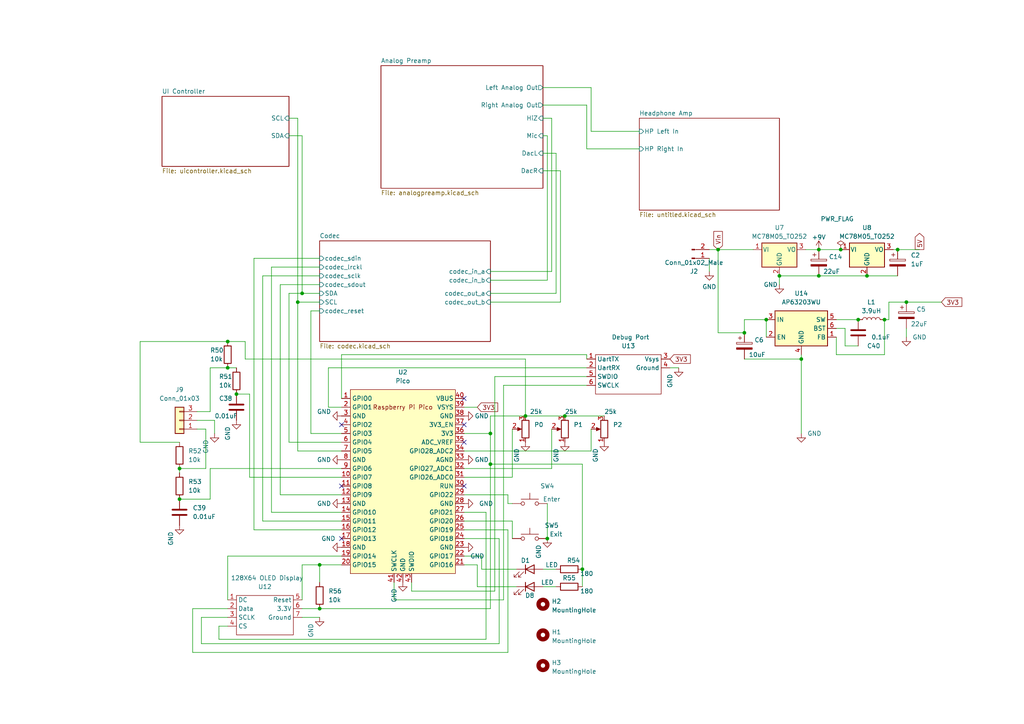
<source format=kicad_sch>
(kicad_sch (version 20230121) (generator eeschema)
  (paper "A4")
  (lib_symbols
    (symbol "Connector:Conn_01x02_Male" (pin_names (offset 1.016) hide)
      (property "Reference" "J" (at 0 2.54 0))
      (property "Value" "Conn_01x02_Male" (at 0 -5.08 0))
      (symbol "Conn_01x02_Male_1_1"
        (polyline (pts (xy 1.27 -2.54) (xy 0.8636 -2.54)) (stroke (width 0.1524)))
        (polyline (pts (xy 1.27 0) (xy 0.8636 0)) (stroke (width 0.1524)))
        (rectangle (start 0.8636 -2.413) (end 0 -2.667) (stroke (width 0.1524)) (fill (type outline)))
        (rectangle (start 0.8636 0.127) (end 0 -0.127) (stroke (width 0.1524)) (fill (type outline)))
        (pin passive line (at 5.08 0 180) (length 3.81) (name "Pin_1") (number "1"))
        (pin passive line (at 5.08 -2.54 180) (length 3.81) (name "Pin_2") (number "2"))
      )
    )
    (symbol "Connector_Generic:Conn_01x03" (pin_names (offset 1.016) hide)
      (property "Reference" "J" (at 0 5.08 0))
      (property "Value" "Conn_01x03" (at 0 -5.08 0))
      (symbol "Conn_01x03_1_1"
        (rectangle (start -1.27 -2.413) (end 0 -2.667) (stroke (width 0.1524)))
        (rectangle (start -1.27 0.127) (end 0 -0.127) (stroke (width 0.1524)))
        (rectangle (start -1.27 2.667) (end 0 2.413) (stroke (width 0.1524)))
        (rectangle (start -1.27 3.81) (end 1.27 -3.81) (stroke (width 0.254)) (fill (type background)))
        (pin passive line (at -5.08 2.54 0) (length 3.81) (name "Pin_1") (number "1"))
        (pin passive line (at -5.08 0 0) (length 3.81) (name "Pin_2") (number "2"))
        (pin passive line (at -5.08 -2.54 0) (length 3.81) (name "Pin_3") (number "3"))
      )
    )
    (symbol "Device:C" (pin_numbers hide) (pin_names (offset 0.254))
      (property "Reference" "C" (at 0.635 2.54 0))
      (property "Value" "C" (at 0.635 -2.54 0))
      (symbol "C_0_1"
        (polyline (pts (xy -2.032 -0.762) (xy 2.032 -0.762)) (stroke (width 0.508)))
        (polyline (pts (xy -2.032 0.762) (xy 2.032 0.762)) (stroke (width 0.508)))
      )
      (symbol "C_1_1"
        (pin passive line (at 0 3.81 270) (length 2.794) (name "~") (number "1"))
        (pin passive line (at 0 -3.81 90) (length 2.794) (name "~") (number "2"))
      )
    )
    (symbol "Device:C_Polarized" (pin_numbers hide) (pin_names (offset 0.254))
      (property "Reference" "C" (at 0.635 2.54 0))
      (property "Value" "C_Polarized" (at 0.635 -2.54 0))
      (symbol "C_Polarized_0_1"
        (rectangle (start -2.286 0.508) (end 2.286 1.016))
        (polyline (pts (xy -1.778 2.286) (xy -0.762 2.286)))
        (polyline (pts (xy -1.27 2.794) (xy -1.27 1.778)))
        (rectangle (start 2.286 -0.508) (end -2.286 -1.016) (fill (type outline)))
      )
      (symbol "C_Polarized_1_1"
        (pin passive line (at 0 3.81 270) (length 2.794) (name "~") (number "1"))
        (pin passive line (at 0 -3.81 90) (length 2.794) (name "~") (number "2"))
      )
    )
    (symbol "Device:L" (pin_numbers hide) (pin_names (offset 1.016) hide)
      (property "Reference" "L" (at -1.27 0 90))
      (property "Value" "L" (at 1.905 0 90))
      (symbol "L_0_1"
        (arc (start 0 -2.54) (mid 0.6323 -1.905) (end 0 -1.27))
        (arc (start 0 -1.27) (mid 0.6323 -0.635) (end 0 0))
        (arc (start 0 0) (mid 0.6323 0.635) (end 0 1.27))
        (arc (start 0 1.27) (mid 0.6323 1.905) (end 0 2.54))
      )
      (symbol "L_1_1"
        (pin passive line (at 0 3.81 270) (length 1.27) (name "1") (number "1"))
        (pin passive line (at 0 -3.81 90) (length 1.27) (name "2") (number "2"))
      )
    )
    (symbol "Device:LED" (pin_numbers hide) (pin_names (offset 1.016) hide)
      (property "Reference" "D" (at 0 2.54 0))
      (property "Value" "LED" (at 0 -2.54 0))
      (symbol "LED_0_1"
        (polyline (pts (xy -1.27 -1.27) (xy -1.27 1.27)) (stroke (width 0.254)))
        (polyline (pts (xy -1.27 0) (xy 1.27 0)))
        (polyline (pts (xy 1.27 -1.27) (xy 1.27 1.27) (xy -1.27 0) (xy 1.27 -1.27)) (stroke (width 0.254)))
        (polyline (pts (xy -3.048 -0.762) (xy -4.572 -2.286) (xy -3.81 -2.286) (xy -4.572 -2.286) (xy -4.572 -1.524)))
        (polyline (pts (xy -1.778 -0.762) (xy -3.302 -2.286) (xy -2.54 -2.286) (xy -3.302 -2.286) (xy -3.302 -1.524)))
      )
      (symbol "LED_1_1"
        (pin passive line (at -3.81 0 0) (length 2.54) (name "K") (number "1"))
        (pin passive line (at 3.81 0 180) (length 2.54) (name "A") (number "2"))
      )
    )
    (symbol "Device:R" (pin_numbers hide) (pin_names (offset 0))
      (property "Reference" "R" (at 2.032 0 90))
      (property "Value" "R" (at 0 0 90))
      (symbol "R_0_1"
        (rectangle (start -1.016 -2.54) (end 1.016 2.54) (stroke (width 0.254)))
      )
      (symbol "R_1_1"
        (pin passive line (at 0 3.81 270) (length 1.27) (name "~") (number "1"))
        (pin passive line (at 0 -3.81 90) (length 1.27) (name "~") (number "2"))
      )
    )
    (symbol "Device:R_Potentiometer" (pin_names (offset 1.016) hide)
      (property "Reference" "RV" (at -4.445 0 90))
      (property "Value" "R_Potentiometer" (at -2.54 0 90))
      (symbol "R_Potentiometer_0_1"
        (polyline (pts (xy 2.54 0) (xy 1.524 0)))
        (polyline (pts (xy 1.143 0) (xy 2.286 0.508) (xy 2.286 -0.508) (xy 1.143 0)) (fill (type outline)))
        (rectangle (start 1.016 2.54) (end -1.016 -2.54) (stroke (width 0.254)))
      )
      (symbol "R_Potentiometer_1_1"
        (pin passive line (at 0 3.81 270) (length 1.27) (name "1") (number "1"))
        (pin passive line (at 3.81 0 180) (length 1.27) (name "2") (number "2"))
        (pin passive line (at 0 -3.81 90) (length 1.27) (name "3") (number "3"))
      )
    )
    (symbol "GraphicDisplay:128X64_OLED_Display"
      (property "Reference" "U" (at -1.27 3.81 0))
      (property "Value" "128X64 OLED Display" (at 0 8.89 0))
      (symbol "128X64_OLED_Display_0_1"
        (rectangle (start -7.62 6.35) (end 8.89 -5.08))
      )
      (symbol "128X64_OLED_Display_1_1"
        (pin input line (at -10.16 5.08 0) (length 2.54) (name "DC") (number "1"))
        (pin input line (at -10.16 2.54 0) (length 2.54) (name "Data") (number "2"))
        (pin input line (at -10.16 0 0) (length 2.54) (name "SCLK") (number "3"))
        (pin input line (at -10.16 -2.54 0) (length 2.54) (name "CS") (number "4"))
        (pin input line (at 11.43 5.08 180) (length 2.54) (name "Reset") (number "5"))
        (pin input line (at 11.43 2.54 180) (length 2.54) (name "3.3V") (number "6"))
        (pin input line (at 11.43 0 180) (length 2.54) (name "Ground") (number "7"))
      )
    )
    (symbol "GraphicDisplay:DebugPort"
      (property "Reference" "U" (at 0 1.27 0))
      (property "Value" "Debug Port" (at -1.27 6.35 0))
      (symbol "DebugPort_0_1"
        (rectangle (start -10.16 5.08) (end 8.89 -6.35))
      )
      (symbol "DebugPort_1_1"
        (pin output line (at -12.7 3.81 0) (length 2.54) (name "UartTX") (number "1"))
        (pin input line (at -12.7 1.27 0) (length 2.54) (name "UartRX") (number "2"))
        (pin input line (at 11.43 3.81 180) (length 2.54) (name "Vsys") (number "3"))
        (pin input line (at 11.43 1.27 180) (length 2.54) (name "Ground") (number "4"))
        (pin bidirectional line (at -12.7 -1.27 0) (length 2.54) (name "SWDIO") (number "5"))
        (pin input line (at -12.7 -3.81 0) (length 2.54) (name "SWCLK") (number "6"))
      )
    )
    (symbol "Mechanical:MountingHole" (pin_names (offset 1.016))
      (property "Reference" "H" (at 0 5.08 0))
      (property "Value" "MountingHole" (at 0 3.175 0))
      (symbol "MountingHole_0_1"
        (circle (center 0 0) (radius 1.27) (stroke (width 1.27)))
      )
    )
    (symbol "Raspberry Pi Pico:Pico"
      (property "Reference" "U" (at -13.97 27.94 0))
      (property "Value" "Pico" (at 0 19.05 0))
      (symbol "Pico_0_0"
        (text "Raspberry Pi Pico" (at 0 21.59 0) (effects (font (size 1.27 1.27))))
      )
      (symbol "Pico_0_1"
        (rectangle (start -15.24 26.67) (end 15.24 -26.67) (fill (type background)))
      )
      (symbol "Pico_1_1"
        (pin bidirectional line (at -17.78 24.13 0) (length 2.54) (name "GPIO0") (number "1"))
        (pin bidirectional line (at -17.78 1.27 0) (length 2.54) (name "GPIO7") (number "10"))
        (pin bidirectional line (at -17.78 -1.27 0) (length 2.54) (name "GPIO8") (number "11"))
        (pin bidirectional line (at -17.78 -3.81 0) (length 2.54) (name "GPIO9") (number "12"))
        (pin power_in line (at -17.78 -6.35 0) (length 2.54) (name "GND") (number "13"))
        (pin bidirectional line (at -17.78 -8.89 0) (length 2.54) (name "GPIO10") (number "14"))
        (pin bidirectional line (at -17.78 -11.43 0) (length 2.54) (name "GPIO11") (number "15"))
        (pin bidirectional line (at -17.78 -13.97 0) (length 2.54) (name "GPIO12") (number "16"))
        (pin bidirectional line (at -17.78 -16.51 0) (length 2.54) (name "GPIO13") (number "17"))
        (pin power_in line (at -17.78 -19.05 0) (length 2.54) (name "GND") (number "18"))
        (pin bidirectional line (at -17.78 -21.59 0) (length 2.54) (name "GPIO14") (number "19"))
        (pin bidirectional line (at -17.78 21.59 0) (length 2.54) (name "GPIO1") (number "2"))
        (pin bidirectional line (at -17.78 -24.13 0) (length 2.54) (name "GPIO15") (number "20"))
        (pin bidirectional line (at 17.78 -24.13 180) (length 2.54) (name "GPIO16") (number "21"))
        (pin bidirectional line (at 17.78 -21.59 180) (length 2.54) (name "GPIO17") (number "22"))
        (pin power_in line (at 17.78 -19.05 180) (length 2.54) (name "GND") (number "23"))
        (pin bidirectional line (at 17.78 -16.51 180) (length 2.54) (name "GPIO18") (number "24"))
        (pin bidirectional line (at 17.78 -13.97 180) (length 2.54) (name "GPIO19") (number "25"))
        (pin bidirectional line (at 17.78 -11.43 180) (length 2.54) (name "GPIO20") (number "26"))
        (pin bidirectional line (at 17.78 -8.89 180) (length 2.54) (name "GPIO21") (number "27"))
        (pin power_in line (at 17.78 -6.35 180) (length 2.54) (name "GND") (number "28"))
        (pin bidirectional line (at 17.78 -3.81 180) (length 2.54) (name "GPIO22") (number "29"))
        (pin power_in line (at -17.78 19.05 0) (length 2.54) (name "GND") (number "3"))
        (pin input line (at 17.78 -1.27 180) (length 2.54) (name "RUN") (number "30"))
        (pin bidirectional line (at 17.78 1.27 180) (length 2.54) (name "GPIO26_ADC0") (number "31"))
        (pin bidirectional line (at 17.78 3.81 180) (length 2.54) (name "GPIO27_ADC1") (number "32"))
        (pin power_in line (at 17.78 6.35 180) (length 2.54) (name "AGND") (number "33"))
        (pin bidirectional line (at 17.78 8.89 180) (length 2.54) (name "GPIO28_ADC2") (number "34"))
        (pin power_in line (at 17.78 11.43 180) (length 2.54) (name "ADC_VREF") (number "35"))
        (pin power_in line (at 17.78 13.97 180) (length 2.54) (name "3V3") (number "36"))
        (pin input line (at 17.78 16.51 180) (length 2.54) (name "3V3_EN") (number "37"))
        (pin bidirectional line (at 17.78 19.05 180) (length 2.54) (name "GND") (number "38"))
        (pin power_in line (at 17.78 21.59 180) (length 2.54) (name "VSYS") (number "39"))
        (pin bidirectional line (at -17.78 16.51 0) (length 2.54) (name "GPIO2") (number "4"))
        (pin power_in line (at 17.78 24.13 180) (length 2.54) (name "VBUS") (number "40"))
        (pin input line (at -2.54 -29.21 90) (length 2.54) (name "SWCLK") (number "41"))
        (pin power_in line (at 0 -29.21 90) (length 2.54) (name "GND") (number "42"))
        (pin bidirectional line (at 2.54 -29.21 90) (length 2.54) (name "SWDIO") (number "43"))
        (pin bidirectional line (at -17.78 13.97 0) (length 2.54) (name "GPIO3") (number "5"))
        (pin bidirectional line (at -17.78 11.43 0) (length 2.54) (name "GPIO4") (number "6"))
        (pin bidirectional line (at -17.78 8.89 0) (length 2.54) (name "GPIO5") (number "7"))
        (pin power_in line (at -17.78 6.35 0) (length 2.54) (name "GND") (number "8"))
        (pin bidirectional line (at -17.78 3.81 0) (length 2.54) (name "GPIO6") (number "9"))
      )
    )
    (symbol "Regulator_Linear:MC78M05_TO252" (pin_names (offset 0.254))
      (property "Reference" "U" (at -3.81 3.175 0))
      (property "Value" "MC78M05_TO252" (at 0 3.175 0))
      (symbol "MC78M05_TO252_0_1"
        (rectangle (start -5.08 1.905) (end 5.08 -5.08) (stroke (width 0.254)) (fill (type background)))
      )
      (symbol "MC78M05_TO252_1_1"
        (pin power_in line (at -7.62 0 0) (length 2.54) (name "VI") (number "1"))
        (pin power_in line (at 0 -7.62 90) (length 2.54) (name "GND") (number "2"))
        (pin power_out line (at 7.62 0 180) (length 2.54) (name "VO") (number "3"))
      )
    )
    (symbol "Regulator_Switching:AP63203WU"
      (property "Reference" "U" (at -7.62 6.35 0))
      (property "Value" "AP63203WU" (at 2.54 6.35 0))
      (symbol "AP63203WU_0_1"
        (rectangle (start -7.62 5.08) (end 7.62 -5.08) (stroke (width 0.254)) (fill (type background)))
      )
      (symbol "AP63203WU_1_1"
        (pin input line (at 10.16 -2.54 180) (length 2.54) (name "FB") (number "1"))
        (pin input line (at -10.16 -2.54 0) (length 2.54) (name "EN") (number "2"))
        (pin power_in line (at -10.16 2.54 0) (length 2.54) (name "IN") (number "3"))
        (pin power_in line (at 0 -7.62 90) (length 2.54) (name "GND") (number "4"))
        (pin output line (at 10.16 2.54 180) (length 2.54) (name "SW") (number "5"))
        (pin passive line (at 10.16 0 180) (length 2.54) (name "BST") (number "6"))
      )
    )
    (symbol "Switch:SW_Push" (pin_numbers hide) (pin_names (offset 1.016) hide)
      (property "Reference" "SW" (at 1.27 2.54 0))
      (property "Value" "SW_Push" (at 0 -1.524 0))
      (symbol "SW_Push_0_1"
        (circle (center -2.032 0) (radius 0.508))
        (polyline (pts (xy 0 1.27) (xy 0 3.048)))
        (polyline (pts (xy 2.54 1.27) (xy -2.54 1.27)))
        (circle (center 2.032 0) (radius 0.508))
        (pin passive line (at -5.08 0 0) (length 2.54) (name "1") (number "1"))
        (pin passive line (at 5.08 0 180) (length 2.54) (name "2") (number "2"))
      )
    )
    (symbol "power:+9V" (power) (pin_names (offset 0))
      (property "Value" "+9V" (at 0 3.556 0))
      (symbol "+9V_0_1"
        (polyline (pts (xy -0.762 1.27) (xy 0 2.54)))
        (polyline (pts (xy 0 0) (xy 0 2.54)))
        (polyline (pts (xy 0 2.54) (xy 0.762 1.27)))
      )
      (symbol "+9V_1_1"
        (pin power_in line (at 0 0 90) (length 0) hide (name "+9V") (number "1"))
      )
    )
    (symbol "power:GND" (power) (pin_names (offset 0))
      (property "Value" "GND" (at 0 -3.81 0))
      (symbol "GND_0_1"
        (polyline (pts (xy 0 0) (xy 0 -1.27) (xy 1.27 -1.27) (xy 0 -2.54) (xy -1.27 -1.27) (xy 0 -1.27)))
      )
      (symbol "GND_1_1"
        (pin power_in line (at 0 0 270) (length 0) hide (name "GND") (number "1"))
      )
    )
    (symbol "power:PWR_FLAG" (power) (pin_numbers hide) (pin_names (offset 0) hide)
      (property "Value" "PWR_FLAG" (at 0 3.81 0))
      (symbol "PWR_FLAG_0_0"
        (pin power_out line (at 0 0 90) (length 0) (name "pwr") (number "1"))
      )
      (symbol "PWR_FLAG_0_1"
        (polyline (pts (xy 0 0) (xy 0 1.27) (xy -1.016 1.905) (xy 0 2.54) (xy 1.016 1.905) (xy 0 1.27)))
      )
    )
  )
  (junction (at 222.25 92.71))
  (junction (at 163.83 120.65))
  (junction (at 248.92 92.71))
  (junction (at 243.84 72.39))
  (junction (at 232.41 104.14))
  (junction (at 86.36 87.63))
  (junction (at 260.35 72.39))
  (junction (at 168.91 165.1))
  (junction (at 152.4 120.65))
  (junction (at 262.89 87.63))
  (junction (at 226.06 80.01))
  (junction (at 52.07 135.89))
  (junction (at 92.71 176.53))
  (junction (at 92.71 163.83))
  (junction (at 237.49 72.39))
  (junction (at 215.9 96.52))
  (junction (at 256.54 92.71))
  (junction (at 142.24 134.62))
  (junction (at 208.28 72.39))
  (junction (at 237.49 80.01))
  (junction (at 68.58 114.3))
  (junction (at 52.07 144.78))
  (junction (at 66.04 99.06))
  (junction (at 251.46 80.01))
  (junction (at 142.24 125.73))
  (junction (at 87.63 85.09))
  (junction (at 158.75 156.21))
  (junction (at 66.04 106.68))
  (no_connect (at 134.62 123.19))
  (no_connect (at 99.06 156.21))
  (no_connect (at 99.06 140.97))
  (no_connect (at 99.06 123.19))
  (no_connect (at 134.62 115.57))
  (no_connect (at 134.62 128.27))
  (no_connect (at 134.62 140.97))
  (wire (pts (xy 208.28 72.39) (xy 218.44 72.39)))
  (wire (pts (xy 248.92 100.33) (xy 245.11 100.33)))
  (wire (pts (xy 170.18 43.18) (xy 185.42 43.18)))
  (wire (pts (xy 59.69 124.46) (xy 57.15 124.46)))
  (wire (pts (xy 40.64 128.27) (xy 40.64 99.06)))
  (wire (pts (xy 58.42 186.69) (xy 144.78 186.69)))
  (wire (pts (xy 92.71 74.93) (xy 73.66 74.93)))
  (wire (pts (xy 259.08 72.39) (xy 260.35 72.39)))
  (wire (pts (xy 66.04 161.29) (xy 99.06 161.29)))
  (wire (pts (xy 226.06 80.01) (xy 226.06 82.55)))
  (wire (pts (xy 99.06 143.51) (xy 81.28 143.51)))
  (wire (pts (xy 87.63 179.07) (xy 92.71 179.07)))
  (wire (pts (xy 66.04 179.07) (xy 58.42 179.07)))
  (wire (pts (xy 68.58 106.68) (xy 66.04 106.68)))
  (wire (pts (xy 147.32 146.05) (xy 147.32 143.51)))
  (wire (pts (xy 66.04 176.53) (xy 55.88 176.53)))
  (wire (pts (xy 60.96 144.78) (xy 60.96 135.89)))
  (wire (pts (xy 71.12 104.14) (xy 152.4 104.14)))
  (wire (pts (xy 148.59 151.13) (xy 134.62 151.13)))
  (wire (pts (xy 257.81 87.63) (xy 262.89 87.63)))
  (wire (pts (xy 83.82 128.27) (xy 83.82 85.09)))
  (wire (pts (xy 142.24 134.62) (xy 142.24 125.73)))
  (wire (pts (xy 147.32 189.23) (xy 147.32 153.67)))
  (wire (pts (xy 157.48 30.48) (xy 170.18 30.48)))
  (wire (pts (xy 142.24 120.65) (xy 152.4 120.65)))
  (wire (pts (xy 149.86 165.1) (xy 139.7 165.1)))
  (wire (pts (xy 134.62 118.11) (xy 138.43 118.11)))
  (wire (pts (xy 146.05 173.99) (xy 114.3 173.99)))
  (wire (pts (xy 52.07 128.27) (xy 40.64 128.27)))
  (wire (pts (xy 92.71 163.83) (xy 99.06 163.83)))
  (wire (pts (xy 170.18 109.22) (xy 143.51 109.22)))
  (wire (pts (xy 142.24 125.73) (xy 142.24 120.65)))
  (wire (pts (xy 73.66 153.67) (xy 99.06 153.67)))
  (wire (pts (xy 63.5 181.61) (xy 66.04 181.61)))
  (wire (pts (xy 251.46 80.01) (xy 260.35 80.01)))
  (wire (pts (xy 242.57 102.87) (xy 242.57 97.79)))
  (wire (pts (xy 99.06 130.81) (xy 86.36 130.81)))
  (wire (pts (xy 86.36 87.63) (xy 86.36 34.29)))
  (wire (pts (xy 215.9 96.52) (xy 208.28 96.52)))
  (wire (pts (xy 160.02 34.29) (xy 157.48 34.29)))
  (wire (pts (xy 99.06 138.43) (xy 72.39 138.43)))
  (wire (pts (xy 87.63 85.09) (xy 87.63 39.37)))
  (wire (pts (xy 86.36 130.81) (xy 86.36 87.63)))
  (wire (pts (xy 81.28 143.51) (xy 81.28 82.55)))
  (wire (pts (xy 222.25 92.71) (xy 222.25 97.79)))
  (wire (pts (xy 92.71 163.83) (xy 92.71 168.91)))
  (wire (pts (xy 62.23 125.73) (xy 62.23 121.92)))
  (wire (pts (xy 233.68 72.39) (xy 237.49 72.39)))
  (wire (pts (xy 55.88 189.23) (xy 147.32 189.23)))
  (wire (pts (xy 194.31 106.68) (xy 196.85 106.68)))
  (wire (pts (xy 134.62 138.43) (xy 148.59 138.43)))
  (wire (pts (xy 95.25 106.68) (xy 95.25 118.11)))
  (wire (pts (xy 262.89 87.63) (xy 273.05 87.63)))
  (wire (pts (xy 257.81 92.71) (xy 257.81 87.63)))
  (wire (pts (xy 99.06 115.57) (xy 99.06 102.87)))
  (wire (pts (xy 60.96 135.89) (xy 99.06 135.89)))
  (wire (pts (xy 99.06 148.59) (xy 78.74 148.59)))
  (wire (pts (xy 142.24 81.28) (xy 158.75 81.28)))
  (wire (pts (xy 87.63 176.53) (xy 92.71 176.53)))
  (wire (pts (xy 40.64 99.06) (xy 66.04 99.06)))
  (wire (pts (xy 171.45 130.81) (xy 171.45 124.46)))
  (wire (pts (xy 52.07 144.78) (xy 60.96 144.78)))
  (wire (pts (xy 144.78 156.21) (xy 134.62 156.21)))
  (wire (pts (xy 256.54 92.71) (xy 257.81 92.71)))
  (wire (pts (xy 134.62 130.81) (xy 171.45 130.81)))
  (wire (pts (xy 142.24 176.53) (xy 142.24 134.62)))
  (wire (pts (xy 245.11 100.33) (xy 245.11 95.25)))
  (wire (pts (xy 78.74 148.59) (xy 78.74 77.47)))
  (wire (pts (xy 99.06 151.13) (xy 76.2 151.13)))
  (wire (pts (xy 215.9 104.14) (xy 232.41 104.14)))
  (wire (pts (xy 149.86 170.18) (xy 138.43 170.18)))
  (wire (pts (xy 140.97 148.59) (xy 140.97 185.42)))
  (wire (pts (xy 55.88 176.53) (xy 55.88 189.23)))
  (wire (pts (xy 78.74 77.47) (xy 92.71 77.47)))
  (wire (pts (xy 237.49 72.39) (xy 243.84 72.39)))
  (wire (pts (xy 73.66 74.93) (xy 73.66 153.67)))
  (wire (pts (xy 76.2 151.13) (xy 76.2 80.01)))
  (wire (pts (xy 134.62 148.59) (xy 140.97 148.59)))
  (wire (pts (xy 215.9 92.71) (xy 215.9 96.52)))
  (wire (pts (xy 60.96 119.38) (xy 60.96 106.68)))
  (wire (pts (xy 87.63 173.99) (xy 87.63 163.83)))
  (wire (pts (xy 260.35 72.39) (xy 266.7 72.39)))
  (wire (pts (xy 170.18 30.48) (xy 170.18 43.18)))
  (wire (pts (xy 142.24 78.74) (xy 160.02 78.74)))
  (wire (pts (xy 226.06 80.01) (xy 237.49 80.01)))
  (wire (pts (xy 157.48 165.1) (xy 161.29 165.1)))
  (wire (pts (xy 170.18 102.87) (xy 170.18 104.14)))
  (wire (pts (xy 92.71 176.53) (xy 142.24 176.53)))
  (wire (pts (xy 86.36 34.29) (xy 83.82 34.29)))
  (wire (pts (xy 262.89 97.79) (xy 262.89 95.25)))
  (wire (pts (xy 248.92 92.71) (xy 242.57 92.71)))
  (wire (pts (xy 163.83 120.65) (xy 175.26 120.65)))
  (wire (pts (xy 161.29 85.09) (xy 161.29 44.45)))
  (wire (pts (xy 158.75 81.28) (xy 158.75 39.37)))
  (wire (pts (xy 52.07 135.89) (xy 52.07 137.16)))
  (wire (pts (xy 245.11 95.25) (xy 242.57 95.25)))
  (wire (pts (xy 83.82 85.09) (xy 87.63 85.09)))
  (wire (pts (xy 222.25 92.71) (xy 215.9 92.71)))
  (wire (pts (xy 171.45 38.1) (xy 171.45 25.4)))
  (wire (pts (xy 158.75 146.05) (xy 158.75 156.21)))
  (wire (pts (xy 162.56 87.63) (xy 162.56 49.53)))
  (wire (pts (xy 90.17 90.17) (xy 92.71 90.17)))
  (wire (pts (xy 92.71 87.63) (xy 86.36 87.63)))
  (wire (pts (xy 52.07 135.89) (xy 59.69 135.89)))
  (wire (pts (xy 148.59 138.43) (xy 148.59 124.46)))
  (wire (pts (xy 143.51 109.22) (xy 143.51 171.45)))
  (wire (pts (xy 139.7 161.29) (xy 134.62 161.29)))
  (wire (pts (xy 146.05 111.76) (xy 146.05 173.99)))
  (wire (pts (xy 170.18 111.76) (xy 146.05 111.76)))
  (wire (pts (xy 160.02 78.74) (xy 160.02 34.29)))
  (wire (pts (xy 152.4 120.65) (xy 163.83 120.65)))
  (wire (pts (xy 142.24 87.63) (xy 162.56 87.63)))
  (wire (pts (xy 142.24 85.09) (xy 161.29 85.09)))
  (wire (pts (xy 134.62 135.89) (xy 160.02 135.89)))
  (wire (pts (xy 147.32 143.51) (xy 134.62 143.51)))
  (wire (pts (xy 147.32 153.67) (xy 134.62 153.67)))
  (wire (pts (xy 99.06 128.27) (xy 83.82 128.27)))
  (wire (pts (xy 60.96 106.68) (xy 66.04 106.68)))
  (wire (pts (xy 66.04 173.99) (xy 66.04 161.29)))
  (wire (pts (xy 58.42 179.07) (xy 58.42 186.69)))
  (wire (pts (xy 205.74 72.39) (xy 208.28 72.39)))
  (wire (pts (xy 134.62 125.73) (xy 142.24 125.73)))
  (wire (pts (xy 157.48 49.53) (xy 162.56 49.53)))
  (wire (pts (xy 208.28 96.52) (xy 208.28 72.39)))
  (wire (pts (xy 148.59 146.05) (xy 147.32 146.05)))
  (wire (pts (xy 63.5 185.42) (xy 63.5 181.61)))
  (wire (pts (xy 66.04 99.06) (xy 71.12 99.06)))
  (wire (pts (xy 143.51 171.45) (xy 119.38 171.45)))
  (wire (pts (xy 205.74 74.93) (xy 205.74 78.74)))
  (wire (pts (xy 87.63 39.37) (xy 83.82 39.37)))
  (wire (pts (xy 76.2 80.01) (xy 92.71 80.01)))
  (wire (pts (xy 139.7 165.1) (xy 139.7 161.29)))
  (wire (pts (xy 148.59 156.21) (xy 148.59 151.13)))
  (wire (pts (xy 99.06 125.73) (xy 90.17 125.73)))
  (wire (pts (xy 152.4 104.14) (xy 152.4 120.65)))
  (wire (pts (xy 114.3 173.99) (xy 114.3 168.91)))
  (wire (pts (xy 87.63 163.83) (xy 92.71 163.83)))
  (wire (pts (xy 171.45 38.1) (xy 185.42 38.1)))
  (wire (pts (xy 81.28 82.55) (xy 92.71 82.55)))
  (wire (pts (xy 140.97 185.42) (xy 63.5 185.42)))
  (wire (pts (xy 138.43 170.18) (xy 138.43 163.83)))
  (wire (pts (xy 62.23 121.92) (xy 57.15 121.92)))
  (wire (pts (xy 57.15 119.38) (xy 60.96 119.38)))
  (wire (pts (xy 90.17 125.73) (xy 90.17 90.17)))
  (wire (pts (xy 119.38 171.45) (xy 119.38 168.91)))
  (wire (pts (xy 138.43 163.83) (xy 134.62 163.83)))
  (wire (pts (xy 59.69 135.89) (xy 59.69 124.46)))
  (wire (pts (xy 99.06 102.87) (xy 170.18 102.87)))
  (wire (pts (xy 256.54 102.87) (xy 242.57 102.87)))
  (wire (pts (xy 168.91 165.1) (xy 168.91 134.62)))
  (wire (pts (xy 232.41 104.14) (xy 232.41 125.73)))
  (wire (pts (xy 72.39 114.3) (xy 68.58 114.3)))
  (wire (pts (xy 161.29 44.45) (xy 157.48 44.45)))
  (wire (pts (xy 232.41 102.87) (xy 232.41 104.14)))
  (wire (pts (xy 71.12 99.06) (xy 71.12 104.14)))
  (wire (pts (xy 157.48 170.18) (xy 161.29 170.18)))
  (wire (pts (xy 160.02 135.89) (xy 160.02 124.46)))
  (wire (pts (xy 168.91 165.1) (xy 168.91 170.18)))
  (wire (pts (xy 168.91 134.62) (xy 142.24 134.62)))
  (wire (pts (xy 158.75 39.37) (xy 157.48 39.37)))
  (wire (pts (xy 144.78 186.69) (xy 144.78 156.21)))
  (wire (pts (xy 171.45 25.4) (xy 157.48 25.4)))
  (wire (pts (xy 237.49 80.01) (xy 251.46 80.01)))
  (wire (pts (xy 95.25 118.11) (xy 99.06 118.11)))
  (wire (pts (xy 72.39 138.43) (xy 72.39 114.3)))
  (wire (pts (xy 170.18 106.68) (xy 95.25 106.68)))
  (wire (pts (xy 87.63 85.09) (xy 92.71 85.09)))
  (wire (pts (xy 256.54 92.71) (xy 256.54 102.87)))
  (global_label "3V3" (shape input) (at 273.05 87.63 0) (property "Intersheetrefs" "${INTERSHEET_REFS}" (effects hide)))
  (global_label "Vin" (shape input) (at 208.28 72.39 90) (property "Intersheetrefs" "${INTERSHEET_REFS}" (effects hide)))
  (global_label "3V3" (shape input) (at 138.43 118.11 0) (property "Intersheetrefs" "${INTERSHEET_REFS}" (effects hide)))
  (global_label "3V3" (shape input) (at 194.31 104.14 0) (property "Intersheetrefs" "${INTERSHEET_REFS}" (effects hide)))
  (global_label "5V" (shape output) (at 266.7 72.39 90) (property "Intersheetrefs" "${INTERSHEET_REFS}" (effects hide)))
  (symbol (lib_id "power:GND") (at 134.62 146.05 90) (mirror x) (unit 1)
    (property "Reference" "#PWR036" (effects hide))
    (property "Value" "GND" (at 140.97 146.05 90))
  )
  (symbol (lib_id "power:+9V") (at 237.49 72.39 0) (unit 1)
    (property "Reference" "#PWR0115" (effects hide))
    (property "Value" "+9V" (at 237.49 68.8142 0))
  )
  (symbol (lib_id "Raspberry Pi Pico:Pico") (at 116.84 139.7 0) (unit 1)
    (property "Reference" "U2" (at 116.84 107.95 0))
    (property "Value" "Pico" (at 116.84 110.49 0))
    (property "Footprint" "MCU_RaspberryPi_and_Boards:RPi_Pico_SMD_TH" (effects hide))
  )
  (symbol (lib_id "Device:R") (at 68.58 110.49 0) (unit 1)
    (property "Reference" "R51" (at 63.5 109.22 0) (effects (justify left)))
    (property "Value" "10k" (at 63.5 111.76 0) (effects (justify left)))
    (property "Footprint" "Resistor_SMD:R_0603_1608Metric_Pad0.98x0.95mm_HandSolder" (effects hide))
  )
  (symbol (lib_id "Device:R_Potentiometer") (at 152.4 124.46 180) (unit 1)
    (property "Reference" "P0" (at 154.94 123.19 0) (effects (justify right)))
    (property "Value" "25k" (at 153.67 119.38 0) (effects (justify right)))
    (property "Footprint" "Connector_PinHeader_2.54mm:PinHeader_1x03_P2.54mm_Vertical" (effects hide))
  )
  (symbol (lib_id "power:GND") (at 92.71 179.07 0) (mirror y) (unit 1)
    (property "Reference" "#PWR047" (effects hide))
    (property "Value" "GND" (at 90.17 182.88 90))
  )
  (symbol (lib_id "Device:C") (at 52.07 148.59 0) (unit 1)
    (property "Reference" "C39" (at 55.88 147.32 0) (effects (justify left)))
    (property "Value" "0.01uF" (at 55.88 149.86 0) (effects (justify left)))
    (property "Footprint" "Capacitor_SMD:C_0805_2012Metric_Pad1.18x1.45mm_HandSolder" (effects hide))
  )
  (symbol (lib_id "power:GND") (at 152.4 128.27 0) (mirror y) (unit 1)
    (property "Reference" "#PWR041" (effects hide))
    (property "Value" "GND" (at 149.86 132.08 90))
  )
  (symbol (lib_id "power:GND") (at 134.62 133.35 90) (mirror x) (unit 1)
    (property "Reference" "#PWR037" (effects hide))
    (property "Value" "GND" (at 139.7 133.35 90))
  )
  (symbol (lib_id "Device:R_Potentiometer") (at 163.83 124.46 180) (unit 1)
    (property "Reference" "P1" (at 166.37 123.19 0) (effects (justify right)))
    (property "Value" "25k" (at 163.83 119.38 0) (effects (justify right)))
    (property "Footprint" "Connector_PinHeader_2.54mm:PinHeader_1x03_P2.54mm_Vertical" (effects hide))
  )
  (symbol (lib_id "power:GND") (at 116.84 168.91 0) (mirror y) (unit 1)
    (property "Reference" "#PWR039" (effects hide))
    (property "Value" "GND" (at 114.3 172.72 90))
  )
  (symbol (lib_id "Device:LED") (at 153.67 170.18 0) (unit 1)
    (property "Reference" "D8" (at 153.67 172.72 0))
    (property "Value" "LED" (at 158.75 168.91 0))
    (property "Footprint" "Connector_PinHeader_2.54mm:PinHeader_1x02_P2.54mm_Vertical" (effects hide))
  )
  (symbol (lib_id "Device:R") (at 52.07 132.08 0) (unit 1)
    (property "Reference" "R52" (at 54.61 130.81 0) (effects (justify left)))
    (property "Value" "10k" (at 54.61 133.35 0) (effects (justify left)))
    (property "Footprint" "Resistor_SMD:R_0603_1608Metric_Pad0.98x0.95mm_HandSolder" (effects hide))
  )
  (symbol (lib_id "Device:L") (at 252.73 92.71 90) (unit 1)
    (property "Reference" "L1" (at 252.73 87.63 90))
    (property "Value" "3.9uH" (at 252.73 90.17 90))
    (property "Footprint" "Inductor_SMD:L_1812_4532Metric_Pad1.30x3.40mm_HandSolder" (effects hide))
  )
  (symbol (lib_id "Device:R") (at 92.71 172.72 0) (unit 1)
    (property "Reference" "R56" (at 95.25 171.45 0) (effects (justify left)))
    (property "Value" "10k" (at 95.25 173.99 0) (effects (justify left)))
    (property "Footprint" "Resistor_SMD:R_0603_1608Metric_Pad0.98x0.95mm_HandSolder" (effects hide))
  )
  (symbol (lib_id "Device:C") (at 68.58 118.11 0) (unit 1)
    (property "Reference" "C38" (at 63.5 115.57 0) (effects (justify left)))
    (property "Value" "0.01uF" (at 62.23 120.65 0) (effects (justify left)))
    (property "Footprint" "Capacitor_SMD:C_0805_2012Metric_Pad1.18x1.45mm_HandSolder" (effects hide))
  )
  (symbol (lib_id "power:GND") (at 196.85 106.68 0) (mirror y) (unit 1)
    (property "Reference" "#PWR048" (effects hide))
    (property "Value" "GND" (at 194.31 110.49 90))
  )
  (symbol (lib_id "power:GND") (at 99.06 146.05 270) (mirror x) (unit 1)
    (property "Reference" "#PWR032" (effects hide))
    (property "Value" "GND" (at 93.98 146.05 90))
  )
  (symbol (lib_id "Device:R") (at 52.07 140.97 0) (unit 1)
    (property "Reference" "R53" (at 54.61 139.7 0) (effects (justify left)))
    (property "Value" "10k" (at 54.61 142.24 0) (effects (justify left)))
    (property "Footprint" "Resistor_SMD:R_0603_1608Metric_Pad0.98x0.95mm_HandSolder" (effects hide))
  )
  (symbol (lib_id "Switch:SW_Push") (at 153.67 156.21 0) (unit 1)
    (property "Reference" "SW5" (at 160.02 152.4 0))
    (property "Value" "Exit" (at 161.29 154.94 0))
    (property "Footprint" "Connector_PinHeader_2.54mm:PinHeader_1x02_P2.54mm_Vertical" (effects hide))
  )
  (symbol (lib_id "Device:C_Polarized") (at 237.49 76.2 0) (unit 1)
    (property "Reference" "C14" (at 240.411 74.4763 0) (effects (justify left)))
    (property "Value" "22uF" (at 238.76 78.74 0) (effects (justify left)))
    (property "Footprint" "Capacitor_SMD:CP_Elec_4x4.5" (effects hide))
  )
  (symbol (lib_id "power:GND") (at 158.75 156.21 0) (mirror y) (unit 1)
    (property "Reference" "#PWR046" (effects hide))
    (property "Value" "GND" (at 156.21 160.02 90))
  )
  (symbol (lib_id "Mechanical:MountingHole") (at 157.48 184.15 0) (unit 1)
    (property "Reference" "H1" (at 160.02 183.3153 0) (effects (justify left)))
    (property "Value" "MountingHole" (at 160.02 185.8522 0) (effects (justify left)))
    (property "Footprint" "MountingHole:MountingHole_3.2mm_M3" (effects hide))
  )
  (symbol (lib_id "Device:C_Polarized") (at 262.89 91.44 0) (unit 1)
    (property "Reference" "C5" (at 265.811 89.7163 0) (effects (justify left)))
    (property "Value" "22uF" (at 264.16 93.98 0) (effects (justify left)))
    (property "Footprint" "Capacitor_SMD:CP_Elec_4x4.5" (effects hide))
  )
  (symbol (lib_id "power:GND") (at 175.26 128.27 0) (mirror y) (unit 1)
    (property "Reference" "#PWR043" (effects hide))
    (property "Value" "GND" (at 172.72 132.08 90))
  )
  (symbol (lib_id "power:GND") (at 99.06 133.35 270) (mirror x) (unit 1)
    (property "Reference" "#PWR033" (effects hide))
    (property "Value" "GND" (at 93.98 133.35 90))
  )
  (symbol (lib_id "power:GND") (at 205.74 78.74 0) (unit 1)
    (property "Reference" "#PWR030" (effects hide))
    (property "Value" "GND" (at 205.74 83.1834 0))
  )
  (symbol (lib_id "Connector:Conn_01x02_Male") (at 200.66 74.93 0) (mirror x) (unit 1)
    (property "Reference" "J2" (at 201.295 78.706 0))
    (property "Value" "Conn_01x02_Male" (at 201.295 76.1691 0))
    (property "Footprint" "Connector_PinHeader_2.54mm:PinHeader_1x02_P2.54mm_Vertical" (effects hide))
  )
  (symbol (lib_id "power:GND") (at 163.83 128.27 0) (mirror y) (unit 1)
    (property "Reference" "#PWR042" (effects hide))
    (property "Value" "GND" (at 161.29 132.08 90))
  )
  (symbol (lib_id "power:GND") (at 226.06 82.55 0) (mirror y) (unit 1)
    (property "Reference" "#PWR0112" (effects hide))
    (property "Value" "GND" (at 223.52 82.55 0))
  )
  (symbol (lib_id "power:GND") (at 134.62 158.75 90) (mirror x) (unit 1)
    (property "Reference" "#PWR035" (effects hide))
    (property "Value" "GND" (at 138.43 161.29 90))
  )
  (symbol (lib_id "power:GND") (at 99.06 158.75 270) (mirror x) (unit 1)
    (property "Reference" "#PWR034" (effects hide))
    (property "Value" "GND" (at 95.25 156.21 90))
  )
  (symbol (lib_id "Device:R") (at 66.04 102.87 0) (unit 1)
    (property "Reference" "R50" (at 60.96 101.6 0) (effects (justify left)))
    (property "Value" "10k" (at 60.96 104.14 0) (effects (justify left)))
    (property "Footprint" "Resistor_SMD:R_0603_1608Metric_Pad0.98x0.95mm_HandSolder" (effects hide))
  )
  (symbol (lib_id "Device:C") (at 248.92 96.52 180) (unit 1)
    (property "Reference" "C40" (at 251.46 100.33 0) (effects (justify right)))
    (property "Value" "0.1uF" (at 252.73 97.79 0) (effects (justify right)))
    (property "Footprint" "Capacitor_SMD:C_1210_3225Metric_Pad1.33x2.70mm_HandSolder" (effects hide))
  )
  (symbol (lib_id "Switch:SW_Push") (at 153.67 146.05 0) (unit 1)
    (property "Reference" "SW4" (at 158.75 140.97 0))
    (property "Value" "Enter" (at 160.02 144.78 0))
    (property "Footprint" "Connector_PinHeader_2.54mm:PinHeader_1x02_P2.54mm_Vertical" (effects hide))
  )
  (symbol (lib_id "Device:R_Potentiometer") (at 175.26 124.46 180) (unit 1)
    (property "Reference" "P2" (at 177.8 123.19 0) (effects (justify right)))
    (property "Value" "25k" (at 175.26 119.38 0) (effects (justify right)))
    (property "Footprint" "Connector_PinHeader_2.54mm:PinHeader_1x03_P2.54mm_Vertical" (effects hide))
  )
  (symbol (lib_id "Device:R") (at 165.1 170.18 90) (unit 1)
    (property "Reference" "R55" (at 165.1 167.64 90))
    (property "Value" "180" (at 170.18 171.45 90))
    (property "Footprint" "Resistor_SMD:R_0603_1608Metric_Pad0.98x0.95mm_HandSolder" (effects hide))
  )
  (symbol (lib_id "power:GND") (at 262.89 97.79 0) (mirror y) (unit 1)
    (property "Reference" "#PWR031" (effects hide))
    (property "Value" "GND" (at 266.7 97.79 0))
  )
  (symbol (lib_id "Regulator_Switching:AP63203WU") (at 232.41 95.25 0) (unit 1)
    (property "Reference" "U14" (at 232.41 85.09 0))
    (property "Value" "AP63203WU" (at 232.41 87.63 0))
    (property "Footprint" "Package_TO_SOT_SMD:TSOT-23-6" (effects hide))
    (property "Datasheet" "https://www.diodes.com/assets/Datasheets/AP63200-AP63201-AP63203-AP63205.pdf" (effects hide))
  )
  (symbol (lib_id "power:GND") (at 99.06 120.65 270) (mirror x) (unit 1)
    (property "Reference" "#PWR026" (effects hide))
    (property "Value" "GND" (at 93.98 119.38 90))
  )
  (symbol (lib_id "Regulator_Linear:MC78M05_TO252") (at 251.46 72.39 0) (unit 1)
    (property "Reference" "U8" (at 251.46 66.04 0))
    (property "Value" "MC78M05_TO252" (at 251.46 68.58 0))
    (property "Footprint" "Package_TO_SOT_SMD:TO-252-2" (effects hide))
    (property "Datasheet" "https://www.onsemi.com/pub/Collateral/MC78M00-D.PDF" (effects hide))
  )
  (symbol (lib_id "GraphicDisplay:128X64_OLED_Display") (at 76.2 179.07 0) (unit 1)
    (property "Reference" "U12" (at 76.835 170.18 0))
    (property "Value" "128X64 OLED Display" (at 77.47 167.64 0))
    (property "Footprint" "Connector_PinHeader_2.54mm:PinHeader_1x07_P2.54mm_Vertical" (effects hide))
  )
  (symbol (lib_id "Regulator_Linear:MC78M05_TO252") (at 226.06 72.39 0) (unit 1)
    (property "Reference" "U7" (at 226.06 66.04 0))
    (property "Value" "MC78M05_TO252" (at 226.06 68.58 0))
    (property "Footprint" "Package_TO_SOT_SMD:TO-252-2" (effects hide))
    (property "Datasheet" "https://www.onsemi.com/pub/Collateral/MC78M00-D.PDF" (effects hide))
  )
  (symbol (lib_id "Device:R") (at 165.1 165.1 90) (unit 1)
    (property "Reference" "R54" (at 166.37 162.56 90))
    (property "Value" "180" (at 170.18 166.37 90))
    (property "Footprint" "Resistor_SMD:R_0603_1608Metric_Pad0.98x0.95mm_HandSolder" (effects hide))
  )
  (symbol (lib_id "power:PWR_FLAG") (at 243.84 72.39 0) (unit 1)
    (property "Reference" "#FLG0104" (effects hide))
    (property "Value" "PWR_FLAG" (at 247.65 63.5 0) (effects (justify right)))
  )
  (symbol (lib_id "power:GND") (at 68.58 121.92 0) (mirror y) (unit 1)
    (property "Reference" "#PWR044" (effects hide))
    (property "Value" "GND" (at 66.04 125.73 90))
  )
  (symbol (lib_id "Device:C_Polarized") (at 260.35 76.2 0) (unit 1)
    (property "Reference" "C2" (at 264.16 74.041 0) (effects (justify left)))
    (property "Value" "1uF" (at 264.16 76.581 0) (effects (justify left)))
    (property "Footprint" "Capacitor_SMD:CP_Elec_4x4.5" (effects hide))
  )
  (symbol (lib_id "Device:C_Polarized") (at 215.9 100.33 0) (unit 1)
    (property "Reference" "C6" (at 218.821 98.6063 0) (effects (justify left)))
    (property "Value" "10uF" (at 217.17 102.87 0) (effects (justify left)))
    (property "Footprint" "Capacitor_SMD:CP_Elec_4x4.5" (effects hide))
  )
  (symbol (lib_id "power:GND") (at 62.23 125.73 0) (mirror y) (unit 1)
    (property "Reference" "#PWR040" (effects hide))
    (property "Value" "GND" (at 59.69 129.54 90))
  )
  (symbol (lib_id "power:GND") (at 232.41 125.73 0) (mirror y) (unit 1)
    (property "Reference" "#PWR049" (effects hide))
    (property "Value" "GND" (at 236.22 125.73 0))
  )
  (symbol (lib_id "power:GND") (at 134.62 120.65 90) (mirror x) (unit 1)
    (property "Reference" "#PWR038" (effects hide))
    (property "Value" "GND" (at 139.7 120.65 90))
  )
  (symbol (lib_id "power:GND") (at 52.07 152.4 0) (mirror y) (unit 1)
    (property "Reference" "#PWR045" (effects hide))
    (property "Value" "GND" (at 49.53 156.21 90))
  )
  (symbol (lib_id "GraphicDisplay:DebugPort") (at 182.88 107.95 0) (unit 1)
    (property "Reference" "U13" (at 182.245 100.33 0))
    (property "Value" "Debug Port" (at 182.88 97.79 0))
    (property "Footprint" "Connector_PinHeader_2.54mm:PinHeader_1x06_P2.54mm_Vertical" (effects hide))
  )
  (symbol (lib_id "Mechanical:MountingHole") (at 157.48 175.26 0) (unit 1)
    (property "Reference" "H2" (at 160.02 174.4253 0) (effects (justify left)))
    (property "Value" "MountingHole" (at 160.02 176.9622 0) (effects (justify left)))
    (property "Footprint" "MountingHole:MountingHole_3.2mm_M3" (effects hide))
  )
  (symbol (lib_id "Device:LED") (at 153.67 165.1 0) (unit 1)
    (property "Reference" "D1" (at 152.4 162.56 0))
    (property "Value" "LED" (at 160.02 163.83 0))
    (property "Footprint" "Connector_PinHeader_2.54mm:PinHeader_1x02_P2.54mm_Vertical" (effects hide))
  )
  (symbol (lib_id "Mechanical:MountingHole") (at 157.48 193.04 0) (unit 1)
    (property "Reference" "H3" (at 160.02 192.2053 0) (effects (justify left)))
    (property "Value" "MountingHole" (at 160.02 194.7422 0) (effects (justify left)))
    (property "Footprint" "MountingHole:MountingHole_3.2mm_M3" (effects hide))
  )
  (symbol (lib_id "Connector_Generic:Conn_01x03") (at 52.07 121.92 180) (unit 1)
    (property "Reference" "J9" (at 52.07 113.03 0))
    (property "Value" "Conn_01x03" (at 52.07 115.57 0))
    (property "Footprint" "Connector_PinHeader_2.54mm:PinHeader_1x03_P2.54mm_Vertical" (effects hide))
  )
  (sheet (at 185.42 34.29) (size 40.64 26.67) (stroke (width 0.1524))
    (property "Sheetname" "Headphone Amp" (at 185.42 33.5784 0) (effects (justify left bottom)))
    (property "Sheetfile" "untitled.kicad_sch" (at 185.42 61.5446 0) (effects (justify left top)))
    (pin "HP Left In" input (at 185.42 38.1 180))
    (pin "HP Right In" input (at 185.42 43.18 180))
  )
  (sheet (at 92.71 69.85) (size 49.53 29.21) (stroke (width 0.1524))
    (property "Sheetname" "Codec" (at 92.71 69.1384 0) (effects (justify left bottom)))
    (property "Sheetfile" "codec.kicad_sch" (at 92.71 99.6446 0) (effects (justify left top)))
    (pin "codec_sdin" input (at 92.71 74.93 180))
    (pin "codec_lrckl" input (at 92.71 77.47 180))
    (pin "codec_sclk" input (at 92.71 80.01 180))
    (pin "codec_sdout" input (at 92.71 82.55 180))
    (pin "SDA" input (at 92.71 85.09 180))
    (pin "SCL" input (at 92.71 87.63 180))
    (pin "codec_reset" input (at 92.71 90.17 180))
    (pin "codec_in_a" input (at 142.24 78.74 0))
    (pin "codec_in_b" input (at 142.24 81.28 0))
    (pin "codec_out_a" input (at 142.24 85.09 0))
    (pin "codec_out_b" input (at 142.24 87.63 0))
  )
  (sheet (at 110.49 19.05) (size 46.99 35.56) (stroke (width 0.1524))
    (property "Sheetname" "Analog Preamp" (at 110.49 18.3384 0) (effects (justify left bottom)))
    (property "Sheetfile" "analogpreamp.kicad_sch" (at 110.49 55.1946 0) (effects (justify left top)))
    (pin "Left Analog Out" output (at 157.48 25.4 0))
    (pin "Right Analog Out" output (at 157.48 30.48 0))
    (pin "DacR" input (at 157.48 49.53 0))
    (pin "DacL" input (at 157.48 44.45 0))
    (pin "Mic" input (at 157.48 39.37 0))
    (pin "HiZ" input (at 157.48 34.29 0))
  )
  (sheet (at 46.99 27.94) (size 36.83 20.32) (stroke (width 0.1524))
    (property "Sheetname" "UI Controller" (at 46.99 27.2284 0) (effects (justify left bottom)))
    (property "Sheetfile" "uicontroller.kicad_sch" (at 46.99 48.8446 0) (effects (justify left top)))
    (pin "SCL" input (at 83.82 34.29 0))
    (pin "SDA" input (at 83.82 39.37 0))
  )
)
</source>
